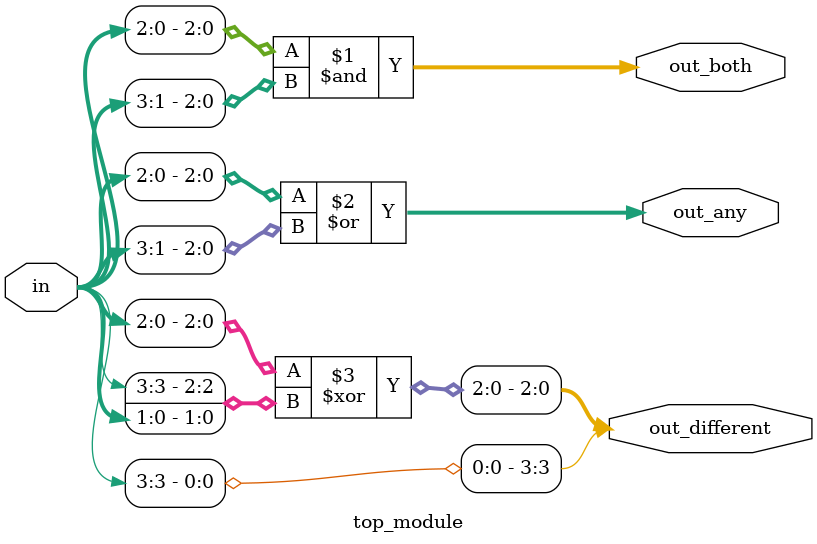
<source format=sv>
module top_module (
	input [3:0] in,
	output [2:0] out_both,
	output [3:1] out_any,
	output [3:0] out_different
);

	assign out_both = in[2:0] & in[3:1];
	assign out_any = in[2:0] | in[3:1];
	assign out_different = {in[3], in[2:0] ^ {in[3], in[1:0]}};

endmodule

</source>
